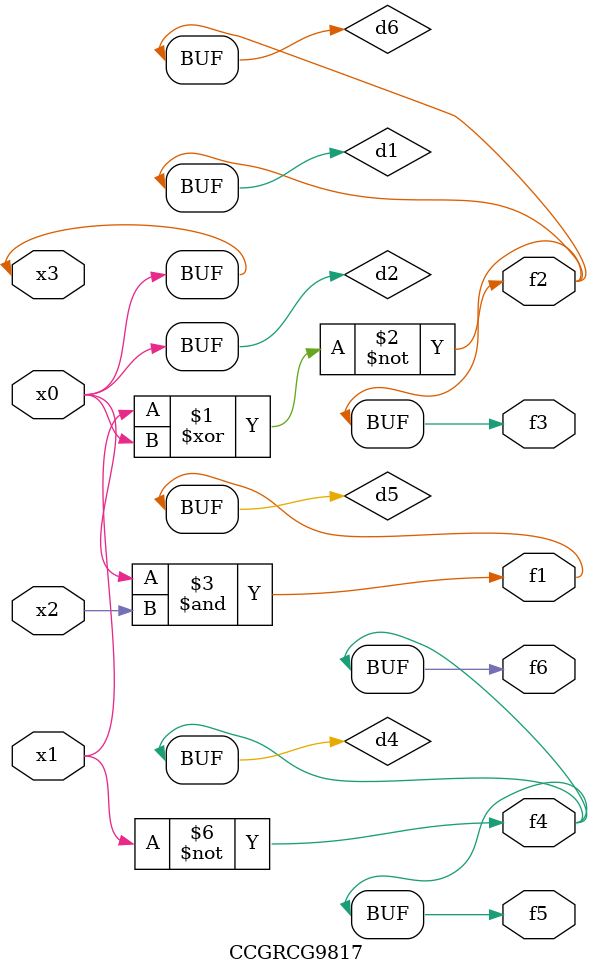
<source format=v>
module CCGRCG9817(
	input x0, x1, x2, x3,
	output f1, f2, f3, f4, f5, f6
);

	wire d1, d2, d3, d4, d5, d6;

	xnor (d1, x1, x3);
	buf (d2, x0, x3);
	nand (d3, x0, x2);
	not (d4, x1);
	nand (d5, d3);
	or (d6, d1);
	assign f1 = d5;
	assign f2 = d6;
	assign f3 = d6;
	assign f4 = d4;
	assign f5 = d4;
	assign f6 = d4;
endmodule

</source>
